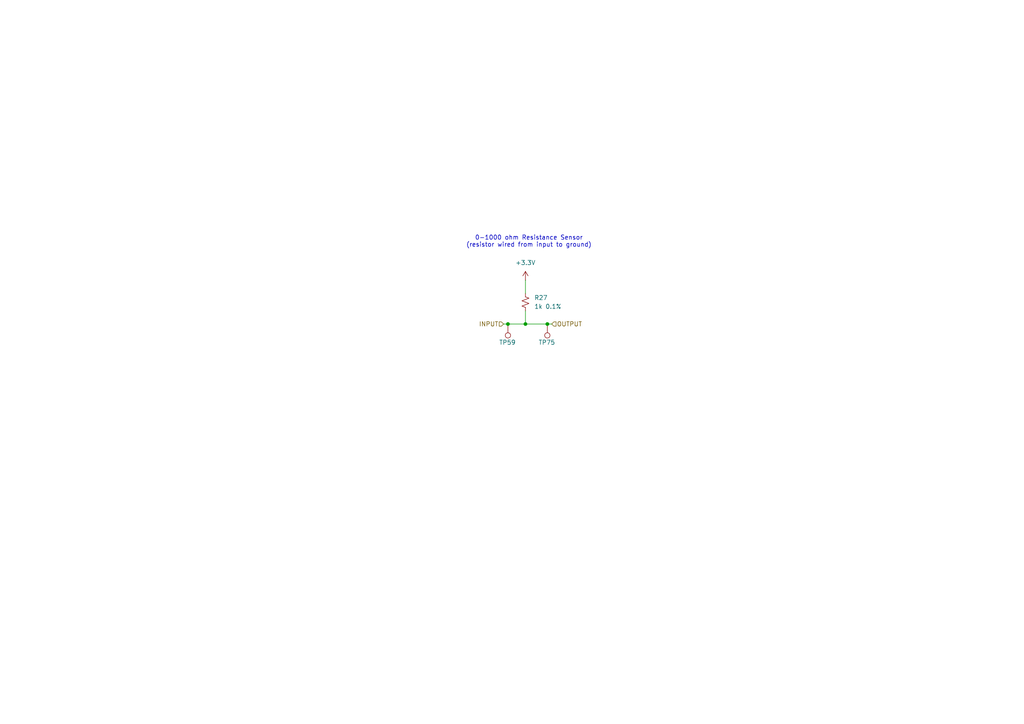
<source format=kicad_sch>
(kicad_sch (version 20250114) (generator "eeschema") (generator_version "9.0")
  (paper "A4")
  (lib_symbols
    (symbol "Connector:TestPoint" (pin_numbers (hide yes)) (pin_names (offset 0.762) (hide yes))
      (property "Reference" "TP" (at 0 6.858 0))
      (property "Value" "TestPoint" (at 0 5.08 0))
      (symbol "TestPoint_0_1"
        (circle (center 0 3.302) (radius 0.762))
      )
      (symbol "TestPoint_1_1"
        (pin passive line (at 0 0 90) (length 2.54) (name "1") (number "1"))
      )
    )
    (symbol "Device:R_Small_US" (pin_numbers (hide yes)) (pin_names (offset 0.254) (hide yes))
      (property "Reference" "R" (at 0.762 0.508 0))
      (property "Value" "R_Small_US" (at 0.762 -1.016 0))
      (symbol "R_Small_US_1_1"
        (polyline (pts (xy 0 1.524) (xy 1.016 1.143) (xy 0 0.762) (xy -1.016 0.381) (xy 0 0)))
        (polyline (pts (xy 0 0) (xy 1.016 -0.381) (xy 0 -0.762) (xy -1.016 -1.143) (xy 0 -1.524)))
        (pin passive line (at 0 2.54 270) (length 1.016) (name "~") (number "1"))
        (pin passive line (at 0 -2.54 90) (length 1.016) (name "~") (number "2"))
      )
    )
    (symbol "power:+3.3V" (power) (pin_numbers (hide yes)) (pin_names (offset 0) (hide yes))
      (property "Value" "+3.3V" (at 0 3.556 0))
      (symbol "+3.3V_0_1"
        (polyline (pts (xy -0.762 1.27) (xy 0 2.54)))
        (polyline (pts (xy 0 2.54) (xy 0.762 1.27)))
        (polyline (pts (xy 0 0) (xy 0 2.54)))
      )
      (symbol "+3.3V_1_1"
        (pin power_in line (at 0 0 90) (length 0) (name "~") (number "1"))
      )
    )
  )
  (text "0-1000 ohm Resistance Sensor\n(resistor wired from input to ground)" (at 153.416 70.104 0) (effects (font (size 1.27 1.27))))
  (junction (at 152.4 93.98))
  (junction (at 158.75 93.98))
  (junction (at 147.32 93.98))
  (wire (pts (xy 147.32 93.98) (xy 152.4 93.98)))
  (wire (pts (xy 146.05 93.98) (xy 147.32 93.98)))
  (wire (pts (xy 152.4 81.28) (xy 152.4 85.09)))
  (wire (pts (xy 152.4 93.98) (xy 158.75 93.98)))
  (wire (pts (xy 152.4 90.17) (xy 152.4 93.98)))
  (wire (pts (xy 158.75 93.98) (xy 160.02 93.98)))
  (hierarchical_label "INPUT" (shape input) (at 146.05 93.98 180))
  (hierarchical_label "OUTPUT" (shape input) (at 160.02 93.98 0))
  (symbol (lib_id "power:+3.3V") (at 152.4 81.28 0) (unit 1)
    (property "Reference" "#PWR061" (effects (hide yes)))
    (property "Value" "+3.3V" (at 152.4 76.2 0))
    (property "Description" "Power symbol creates a global label with name \"+3.3V\"" (effects (hide yes)))
    (instances (project "sendit" (path "" (reference "#PWR096") (unit 1)) (path "" (reference "#PWR0100") (unit 1)) (path "" (reference "#PWR0102") (unit 1)) (path "" (reference "#PWR094") (unit 1)) (path "" (reference "#PWR0103") (unit 1)) (path "" (reference "#PWR061") (unit 1)) (path "" (reference "#PWR098") (unit 1)) (path "" (reference "#PWR0101") (unit 1))))
  )
  (symbol (lib_id "Connector:TestPoint") (at 158.75 93.98 180) (unit 1)
    (property "Reference" "TP73" (at 161.036 99.314 0) (effects (justify left)))
    (property "Value" "TestPoint" (effects (hide yes)))
    (property "Description" "test point" (effects (hide yes)))
    (instances (project "sendit" (path "" (reference "TP75") (unit 1)) (path "" (reference "TP77") (unit 1)) (path "" (reference "TP79") (unit 1)) (path "" (reference "TP74") (unit 1)) (path "" (reference "TP80") (unit 1)) (path "" (reference "TP73") (unit 1)) (path "" (reference "TP76") (unit 1)) (path "" (reference "TP78") (unit 1))))
  )
  (symbol (lib_id "Connector:TestPoint") (at 147.32 93.98 180) (unit 1)
    (property "Reference" "TP57" (at 149.606 99.314 0) (effects (justify left)))
    (property "Value" "TestPoint" (effects (hide yes)))
    (property "Description" "test point" (effects (hide yes)))
    (instances (project "sendit" (path "" (reference "TP59") (unit 1)) (path "" (reference "TP61") (unit 1)) (path "" (reference "TP63") (unit 1)) (path "" (reference "TP58") (unit 1)) (path "" (reference "TP64") (unit 1)) (path "" (reference "TP57") (unit 1)) (path "" (reference "TP60") (unit 1)) (path "" (reference "TP62") (unit 1))))
  )
  (symbol (lib_id "Device:R_Small_US") (at 152.4 87.63 180) (unit 1)
    (property "Reference" "R17" (at 154.94 86.36 0) (effects (justify right)))
    (property "Value" "1k 0.1%" (at 154.94 88.9 0) (effects (justify right)))
    (property "Footprint" "Resistor_SMD:R_1206_3216Metric_Pad1.30x1.75mm_HandSolder" (effects (hide yes)))
    (instances (project "sendit" (path "" (reference "R27") (unit 1)) (path "" (reference "R38") (unit 1)) (path "" (reference "R50") (unit 1)) (path "" (reference "R24") (unit 1)) (path "" (reference "R51") (unit 1)) (path "" (reference "R17") (unit 1)) (path "" (reference "R32") (unit 1)) (path "" (reference "R44") (unit 1))))
  )
)
</source>
